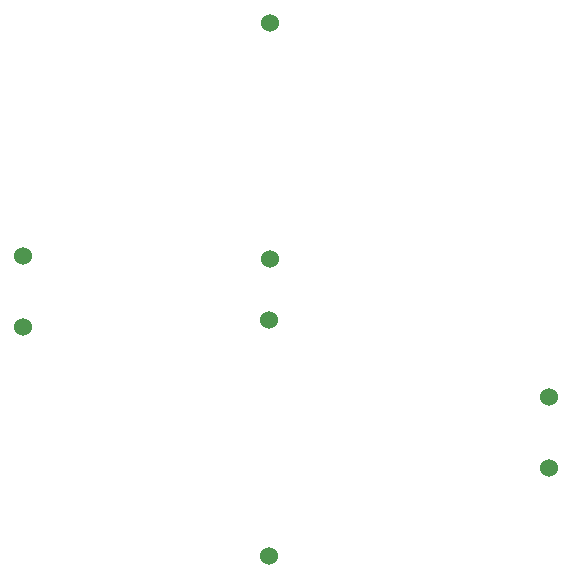
<source format=gbr>
%TF.GenerationSoftware,KiCad,Pcbnew,(6.0.7)*%
%TF.CreationDate,2022-09-05T15:32:18+08:00*%
%TF.ProjectId,6_1_2,365f315f-322e-46b6-9963-61645f706362,rev?*%
%TF.SameCoordinates,Original*%
%TF.FileFunction,Soldermask,Top*%
%TF.FilePolarity,Negative*%
%FSLAX46Y46*%
G04 Gerber Fmt 4.6, Leading zero omitted, Abs format (unit mm)*
G04 Created by KiCad (PCBNEW (6.0.7)) date 2022-09-05 15:32:18*
%MOMM*%
%LPD*%
G01*
G04 APERTURE LIST*
%ADD10C,1.524000*%
G04 APERTURE END LIST*
D10*
%TO.C,MM*%
X94208600Y-67358000D03*
X94208600Y-73358000D03*
%TD*%
%TO.C,R2*%
X70510400Y-60815200D03*
X70510400Y-80815200D03*
%TD*%
%TO.C,ES*%
X49631600Y-55394600D03*
X49631600Y-61394600D03*
%TD*%
%TO.C,R1*%
X70535800Y-35643800D03*
X70535800Y-55643800D03*
%TD*%
M02*

</source>
